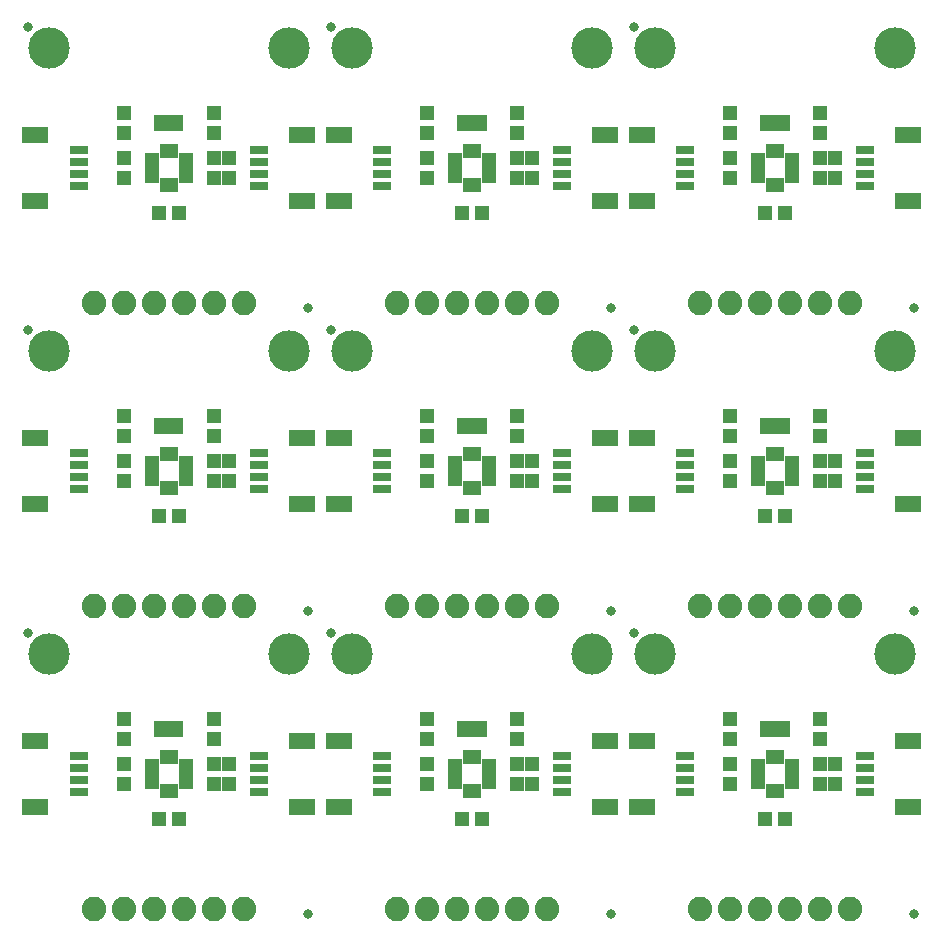
<source format=gts>
G75*
%MOIN*%
%OFA0B0*%
%FSLAX25Y25*%
%IPPOS*%
%LPD*%
%AMOC8*
5,1,8,0,0,1.08239X$1,22.5*
%
%ADD10C,0.13800*%
%ADD11C,0.03300*%
%ADD12R,0.04737X0.05131*%
%ADD13R,0.03300X0.05800*%
%ADD14R,0.08674X0.05524*%
%ADD15R,0.06115X0.03162*%
%ADD16C,0.08200*%
%ADD17R,0.04737X0.01981*%
%ADD18R,0.01981X0.04737*%
%ADD19R,0.05131X0.04737*%
D10*
X0064514Y0124965D03*
X0144514Y0124965D03*
X0165519Y0124965D03*
X0245519Y0124965D03*
X0266524Y0124965D03*
X0346524Y0124965D03*
X0346524Y0225969D03*
X0266524Y0225969D03*
X0245519Y0225969D03*
X0165519Y0225969D03*
X0144514Y0225969D03*
X0064514Y0225969D03*
X0064514Y0326974D03*
X0144514Y0326974D03*
X0165519Y0326974D03*
X0245519Y0326974D03*
X0266524Y0326974D03*
X0346524Y0326974D03*
D11*
X0259524Y0333974D03*
X0158519Y0333974D03*
X0057514Y0333974D03*
X0151014Y0240474D03*
X0158519Y0232969D03*
X0252019Y0240474D03*
X0259524Y0232969D03*
X0353024Y0240474D03*
X0353024Y0139469D03*
X0259524Y0131965D03*
X0252019Y0139469D03*
X0158519Y0131965D03*
X0151014Y0139469D03*
X0057514Y0131965D03*
X0151014Y0038465D03*
X0252019Y0038465D03*
X0353024Y0038465D03*
X0057514Y0232969D03*
D12*
X0089514Y0204316D03*
X0089514Y0197623D03*
X0089514Y0189316D03*
X0089514Y0182623D03*
X0119514Y0182623D03*
X0124514Y0182623D03*
X0124514Y0189316D03*
X0119514Y0189316D03*
X0119514Y0197623D03*
X0119514Y0204316D03*
X0190519Y0204316D03*
X0190519Y0197623D03*
X0190519Y0189316D03*
X0190519Y0182623D03*
X0220519Y0182623D03*
X0225519Y0182623D03*
X0225519Y0189316D03*
X0220519Y0189316D03*
X0220519Y0197623D03*
X0220519Y0204316D03*
X0291524Y0204316D03*
X0291524Y0197623D03*
X0291524Y0189316D03*
X0291524Y0182623D03*
X0321524Y0182623D03*
X0326524Y0182623D03*
X0326524Y0189316D03*
X0321524Y0189316D03*
X0321524Y0197623D03*
X0321524Y0204316D03*
X0321524Y0283628D03*
X0326524Y0283628D03*
X0326524Y0290320D03*
X0321524Y0290320D03*
X0321524Y0298628D03*
X0321524Y0305320D03*
X0291524Y0305320D03*
X0291524Y0298628D03*
X0291524Y0290320D03*
X0291524Y0283628D03*
X0225519Y0283628D03*
X0220519Y0283628D03*
X0220519Y0290320D03*
X0225519Y0290320D03*
X0220519Y0298628D03*
X0220519Y0305320D03*
X0190519Y0305320D03*
X0190519Y0298628D03*
X0190519Y0290320D03*
X0190519Y0283628D03*
X0124514Y0283628D03*
X0119514Y0283628D03*
X0119514Y0290320D03*
X0124514Y0290320D03*
X0119514Y0298628D03*
X0119514Y0305320D03*
X0089514Y0305320D03*
X0089514Y0298628D03*
X0089514Y0290320D03*
X0089514Y0283628D03*
X0089514Y0103311D03*
X0089514Y0096618D03*
X0089514Y0088311D03*
X0089514Y0081618D03*
X0119514Y0081618D03*
X0124514Y0081618D03*
X0124514Y0088311D03*
X0119514Y0088311D03*
X0119514Y0096618D03*
X0119514Y0103311D03*
X0190519Y0103311D03*
X0190519Y0096618D03*
X0190519Y0088311D03*
X0190519Y0081618D03*
X0220519Y0081618D03*
X0225519Y0081618D03*
X0225519Y0088311D03*
X0220519Y0088311D03*
X0220519Y0096618D03*
X0220519Y0103311D03*
X0291524Y0103311D03*
X0291524Y0096618D03*
X0291524Y0088311D03*
X0291524Y0081618D03*
X0321524Y0081618D03*
X0326524Y0081618D03*
X0326524Y0088311D03*
X0321524Y0088311D03*
X0321524Y0096618D03*
X0321524Y0103311D03*
D13*
X0309724Y0099965D03*
X0306524Y0099965D03*
X0303324Y0099965D03*
X0208719Y0099965D03*
X0205519Y0099965D03*
X0202319Y0099965D03*
X0107714Y0099965D03*
X0104514Y0099965D03*
X0101314Y0099965D03*
X0101314Y0200969D03*
X0104514Y0200969D03*
X0107714Y0200969D03*
X0202319Y0200969D03*
X0205519Y0200969D03*
X0208719Y0200969D03*
X0303324Y0200969D03*
X0306524Y0200969D03*
X0309724Y0200969D03*
X0309724Y0301974D03*
X0306524Y0301974D03*
X0303324Y0301974D03*
X0208719Y0301974D03*
X0205519Y0301974D03*
X0202319Y0301974D03*
X0107714Y0301974D03*
X0104514Y0301974D03*
X0101314Y0301974D03*
D14*
X0060046Y0297998D03*
X0060046Y0275950D03*
X0148983Y0275950D03*
X0161051Y0275950D03*
X0161051Y0297998D03*
X0148983Y0297998D03*
X0249988Y0297998D03*
X0262055Y0297998D03*
X0262055Y0275950D03*
X0249988Y0275950D03*
X0350992Y0275950D03*
X0350992Y0297998D03*
X0350992Y0196993D03*
X0350992Y0174946D03*
X0262055Y0174946D03*
X0249988Y0174946D03*
X0249988Y0196993D03*
X0262055Y0196993D03*
X0161051Y0196993D03*
X0148983Y0196993D03*
X0148983Y0174946D03*
X0161051Y0174946D03*
X0060046Y0174946D03*
X0060046Y0196993D03*
X0060046Y0095988D03*
X0060046Y0073941D03*
X0148983Y0073941D03*
X0161051Y0073941D03*
X0161051Y0095988D03*
X0148983Y0095988D03*
X0249988Y0095988D03*
X0262055Y0095988D03*
X0262055Y0073941D03*
X0249988Y0073941D03*
X0350992Y0073941D03*
X0350992Y0095988D03*
D15*
X0336524Y0090870D03*
X0336524Y0086933D03*
X0336524Y0082996D03*
X0336524Y0079059D03*
X0276524Y0079059D03*
X0276524Y0082996D03*
X0276524Y0086933D03*
X0276524Y0090870D03*
X0235519Y0090870D03*
X0235519Y0086933D03*
X0235519Y0082996D03*
X0235519Y0079059D03*
X0175519Y0079059D03*
X0175519Y0082996D03*
X0175519Y0086933D03*
X0175519Y0090870D03*
X0134514Y0090870D03*
X0134514Y0086933D03*
X0134514Y0082996D03*
X0134514Y0079059D03*
X0074514Y0079059D03*
X0074514Y0082996D03*
X0074514Y0086933D03*
X0074514Y0090870D03*
X0074514Y0180064D03*
X0074514Y0184001D03*
X0074514Y0187938D03*
X0074514Y0191875D03*
X0134514Y0191875D03*
X0134514Y0187938D03*
X0134514Y0184001D03*
X0134514Y0180064D03*
X0175519Y0180064D03*
X0175519Y0184001D03*
X0175519Y0187938D03*
X0175519Y0191875D03*
X0235519Y0191875D03*
X0235519Y0187938D03*
X0235519Y0184001D03*
X0235519Y0180064D03*
X0276524Y0180064D03*
X0276524Y0184001D03*
X0276524Y0187938D03*
X0276524Y0191875D03*
X0336524Y0191875D03*
X0336524Y0187938D03*
X0336524Y0184001D03*
X0336524Y0180064D03*
X0336524Y0281069D03*
X0336524Y0285006D03*
X0336524Y0288943D03*
X0336524Y0292880D03*
X0276524Y0292880D03*
X0276524Y0288943D03*
X0276524Y0285006D03*
X0276524Y0281069D03*
X0235519Y0281069D03*
X0235519Y0285006D03*
X0235519Y0288943D03*
X0235519Y0292880D03*
X0175519Y0292880D03*
X0175519Y0288943D03*
X0175519Y0285006D03*
X0175519Y0281069D03*
X0134514Y0281069D03*
X0134514Y0285006D03*
X0134514Y0288943D03*
X0134514Y0292880D03*
X0074514Y0292880D03*
X0074514Y0288943D03*
X0074514Y0285006D03*
X0074514Y0281069D03*
D16*
X0079514Y0039965D03*
X0089514Y0039965D03*
X0099514Y0039965D03*
X0109514Y0039965D03*
X0119514Y0039965D03*
X0129514Y0039965D03*
X0180519Y0039965D03*
X0190519Y0039965D03*
X0200519Y0039965D03*
X0210519Y0039965D03*
X0220519Y0039965D03*
X0230519Y0039965D03*
X0281524Y0039965D03*
X0291524Y0039965D03*
X0301524Y0039965D03*
X0311524Y0039965D03*
X0321524Y0039965D03*
X0331524Y0039965D03*
X0331524Y0140969D03*
X0321524Y0140969D03*
X0311524Y0140969D03*
X0301524Y0140969D03*
X0291524Y0140969D03*
X0281524Y0140969D03*
X0230519Y0140969D03*
X0220519Y0140969D03*
X0210519Y0140969D03*
X0200519Y0140969D03*
X0190519Y0140969D03*
X0180519Y0140969D03*
X0129514Y0140969D03*
X0119514Y0140969D03*
X0109514Y0140969D03*
X0099514Y0140969D03*
X0089514Y0140969D03*
X0079514Y0140969D03*
X0079514Y0241974D03*
X0089514Y0241974D03*
X0099514Y0241974D03*
X0109514Y0241974D03*
X0119514Y0241974D03*
X0129514Y0241974D03*
X0180519Y0241974D03*
X0190519Y0241974D03*
X0200519Y0241974D03*
X0210519Y0241974D03*
X0220519Y0241974D03*
X0230519Y0241974D03*
X0281524Y0241974D03*
X0291524Y0241974D03*
X0301524Y0241974D03*
X0311524Y0241974D03*
X0321524Y0241974D03*
X0331524Y0241974D03*
D17*
X0312134Y0283037D03*
X0312134Y0285006D03*
X0312134Y0286974D03*
X0312134Y0288943D03*
X0312134Y0290911D03*
X0300914Y0290911D03*
X0300914Y0288943D03*
X0300914Y0286974D03*
X0300914Y0285006D03*
X0300914Y0283037D03*
X0211129Y0283037D03*
X0211129Y0285006D03*
X0211129Y0286974D03*
X0211129Y0288943D03*
X0211129Y0290911D03*
X0199909Y0290911D03*
X0199909Y0288943D03*
X0199909Y0286974D03*
X0199909Y0285006D03*
X0199909Y0283037D03*
X0110125Y0283037D03*
X0110125Y0285006D03*
X0110125Y0286974D03*
X0110125Y0288943D03*
X0110125Y0290911D03*
X0098904Y0290911D03*
X0098904Y0288943D03*
X0098904Y0286974D03*
X0098904Y0285006D03*
X0098904Y0283037D03*
X0098904Y0189906D03*
X0098904Y0187938D03*
X0098904Y0185969D03*
X0098904Y0184001D03*
X0098904Y0182032D03*
X0110125Y0182032D03*
X0110125Y0184001D03*
X0110125Y0185969D03*
X0110125Y0187938D03*
X0110125Y0189906D03*
X0199909Y0189906D03*
X0199909Y0187938D03*
X0199909Y0185969D03*
X0199909Y0184001D03*
X0199909Y0182032D03*
X0211129Y0182032D03*
X0211129Y0184001D03*
X0211129Y0185969D03*
X0211129Y0187938D03*
X0211129Y0189906D03*
X0300914Y0189906D03*
X0300914Y0187938D03*
X0300914Y0185969D03*
X0300914Y0184001D03*
X0300914Y0182032D03*
X0312134Y0182032D03*
X0312134Y0184001D03*
X0312134Y0185969D03*
X0312134Y0187938D03*
X0312134Y0189906D03*
X0312134Y0088902D03*
X0312134Y0086933D03*
X0312134Y0084965D03*
X0312134Y0082996D03*
X0312134Y0081028D03*
X0300914Y0081028D03*
X0300914Y0082996D03*
X0300914Y0084965D03*
X0300914Y0086933D03*
X0300914Y0088902D03*
X0211129Y0088902D03*
X0211129Y0086933D03*
X0211129Y0084965D03*
X0211129Y0082996D03*
X0211129Y0081028D03*
X0199909Y0081028D03*
X0199909Y0082996D03*
X0199909Y0084965D03*
X0199909Y0086933D03*
X0199909Y0088902D03*
X0110125Y0088902D03*
X0110125Y0086933D03*
X0110125Y0084965D03*
X0110125Y0082996D03*
X0110125Y0081028D03*
X0098904Y0081028D03*
X0098904Y0082996D03*
X0098904Y0084965D03*
X0098904Y0086933D03*
X0098904Y0088902D03*
D18*
X0102546Y0090575D03*
X0104514Y0090575D03*
X0106483Y0090575D03*
X0106483Y0079354D03*
X0104514Y0079354D03*
X0102546Y0079354D03*
X0203551Y0079354D03*
X0205519Y0079354D03*
X0207488Y0079354D03*
X0207488Y0090575D03*
X0205519Y0090575D03*
X0203551Y0090575D03*
X0304555Y0090575D03*
X0306524Y0090575D03*
X0308492Y0090575D03*
X0308492Y0079354D03*
X0306524Y0079354D03*
X0304555Y0079354D03*
X0304555Y0180359D03*
X0306524Y0180359D03*
X0308492Y0180359D03*
X0308492Y0191580D03*
X0306524Y0191580D03*
X0304555Y0191580D03*
X0207488Y0191580D03*
X0205519Y0191580D03*
X0203551Y0191580D03*
X0203551Y0180359D03*
X0205519Y0180359D03*
X0207488Y0180359D03*
X0106483Y0180359D03*
X0104514Y0180359D03*
X0102546Y0180359D03*
X0102546Y0191580D03*
X0104514Y0191580D03*
X0106483Y0191580D03*
X0106483Y0281364D03*
X0104514Y0281364D03*
X0102546Y0281364D03*
X0102546Y0292584D03*
X0104514Y0292584D03*
X0106483Y0292584D03*
X0203551Y0292584D03*
X0205519Y0292584D03*
X0207488Y0292584D03*
X0207488Y0281364D03*
X0205519Y0281364D03*
X0203551Y0281364D03*
X0304555Y0281364D03*
X0306524Y0281364D03*
X0308492Y0281364D03*
X0308492Y0292584D03*
X0306524Y0292584D03*
X0304555Y0292584D03*
D19*
X0303177Y0271974D03*
X0309870Y0271974D03*
X0208866Y0271974D03*
X0202173Y0271974D03*
X0107861Y0271974D03*
X0101168Y0271974D03*
X0101168Y0170969D03*
X0107861Y0170969D03*
X0202173Y0170969D03*
X0208866Y0170969D03*
X0303177Y0170969D03*
X0309870Y0170969D03*
X0309870Y0069965D03*
X0303177Y0069965D03*
X0208866Y0069965D03*
X0202173Y0069965D03*
X0107861Y0069965D03*
X0101168Y0069965D03*
M02*

</source>
